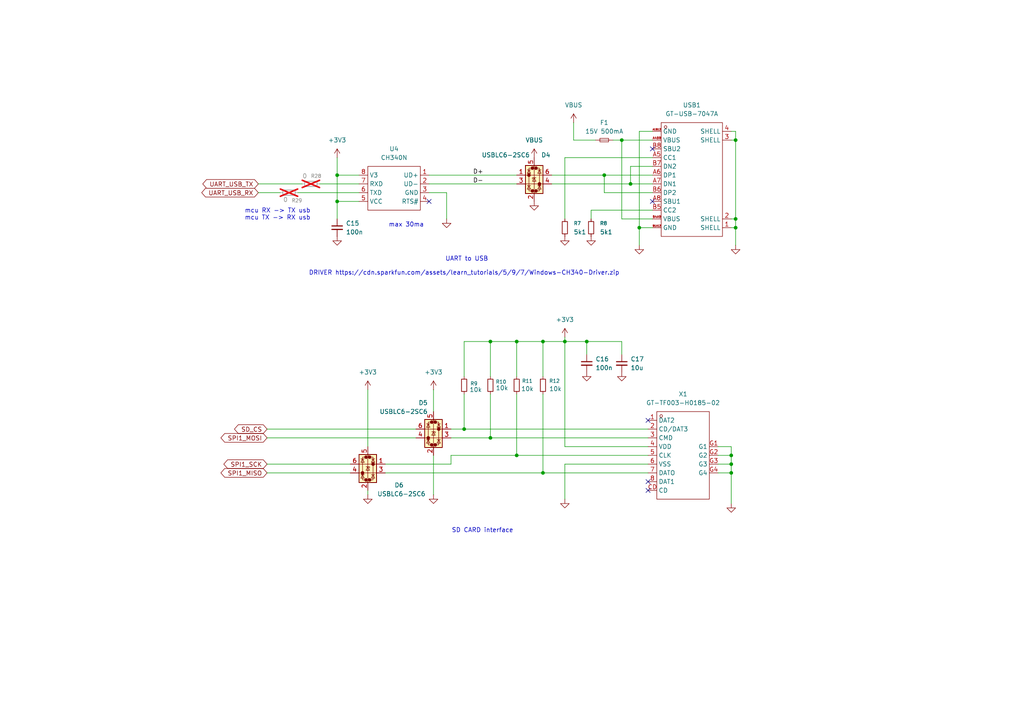
<source format=kicad_sch>
(kicad_sch (version 20250114) (generator "eeschema") (generator_version "9.0")
  (paper "A4")
  (title_block (title "2CH CAN  Logger") (date "2025-10-22") (rev "1.0"))
  (lib_symbols
    (symbol "Device:C_Small" (pin_numbers (hide yes)) (pin_names (offset 0.254) (hide yes))
      (property "Reference" "C" (at 0.254 1.778 0))
      (property "Value" "C_Small" (at 0.254 -2.032 0))
      (symbol "C_Small_0_1"
        (polyline (pts (xy -1.524 0.508) (xy 1.524 0.508)) (stroke (width 0.3048)))
        (polyline (pts (xy -1.524 -0.508) (xy 1.524 -0.508)) (stroke (width 0.3302)))
      )
      (symbol "C_Small_1_1"
        (pin passive line (at 0 2.54 270) (length 2.032) (name "~") (number "1"))
        (pin passive line (at 0 -2.54 90) (length 2.032) (name "~") (number "2"))
      )
    )
    (symbol "Device:Fuse_Small" (pin_numbers (hide yes)) (pin_names (offset 0.254) (hide yes))
      (property "Reference" "F" (at 0 -1.524 0))
      (property "Value" "Fuse_Small" (at 0 1.524 0))
      (symbol "Fuse_Small_0_1"
        (rectangle (start -1.27 0.508) (end 1.27 -0.508))
        (polyline (pts (xy -1.27 0) (xy 1.27 0)))
      )
      (symbol "Fuse_Small_1_1"
        (pin passive line (at -2.54 0 0) (length 1.27) (name "~") (number "1"))
        (pin passive line (at 2.54 0 180) (length 1.27) (name "~") (number "2"))
      )
    )
    (symbol "Device:R_Small" (pin_numbers (hide yes)) (pin_names (offset 0.254) (hide yes))
      (property "Reference" "R" (at 0 0 90))
      (property "Value" "R_Small" (at 1.778 0 90))
      (symbol "R_Small_0_1"
        (rectangle (start -0.762 1.778) (end 0.762 -1.778) (stroke (width 0.2032)))
      )
      (symbol "R_Small_1_1"
        (pin passive line (at 0 2.54 270) (length 0.762) (name "~") (number "1"))
        (pin passive line (at 0 -2.54 90) (length 0.762) (name "~") (number "2"))
      )
    )
    (symbol "EasyEDA_Lib:CH340N_C2977777"
      (property "Reference" "U" (at 0 0 0))
      (symbol "CH340N_C2977777_1_0"
        (rectangle (start -7.62 7.62) (end 7.62 -5.08))
        (pin unspecified line (at -10.16 5.08 0) (length 2.54) (name "UD+") (number "1"))
        (pin unspecified line (at -10.16 2.54 0) (length 2.54) (name "UD-") (number "2"))
        (pin unspecified line (at -10.16 0 0) (length 2.54) (name "GND") (number "3"))
        (pin unspecified line (at -10.16 -2.54 0) (length 2.54) (name "RTS#") (number "4"))
        (pin unspecified line (at 10.16 5.08 180) (length 2.54) (name "V3") (number "8"))
        (pin unspecified line (at 10.16 2.54 180) (length 2.54) (name "RXD") (number "7"))
        (pin unspecified line (at 10.16 0 180) (length 2.54) (name "TXD") (number "6"))
        (pin unspecified line (at 10.16 -2.54 180) (length 2.54) (name "VCC") (number "5"))
      )
    )
    (symbol "EasyEDA_Lib:GT-TF003-H0185-02"
      (property "Reference" "SIM" (at 0 0 0))
      (symbol "GT-TF003-H0185-02_1_0"
        (rectangle (start -7.62 -12.7) (end 7.62 12.7))
        (circle (center -6.35 11.43) (radius 0.381))
        (pin unspecified line (at -10.16 10.16 0) (length 2.54) (name "DAT2") (number "1"))
        (pin unspecified line (at -10.16 7.62 0) (length 2.54) (name "CD/DAT3") (number "2"))
        (pin unspecified line (at -10.16 5.08 0) (length 2.54) (name "CMD") (number "3"))
        (pin unspecified line (at -10.16 2.54 0) (length 2.54) (name "VDD") (number "4"))
        (pin unspecified line (at -10.16 0 0) (length 2.54) (name "CLK") (number "5"))
        (pin unspecified line (at -10.16 -2.54 0) (length 2.54) (name "VSS") (number "6"))
        (pin unspecified line (at -10.16 -5.08 0) (length 2.54) (name "DATO") (number "7"))
        (pin unspecified line (at -10.16 -7.62 0) (length 2.54) (name "DAT1") (number "8"))
        (pin unspecified line (at -10.16 -10.16 0) (length 2.54) (name "CD") (number "CD"))
        (pin unspecified line (at 10.16 2.54 180) (length 2.54) (name "G1") (number "G1"))
        (pin unspecified line (at 10.16 0 180) (length 2.54) (name "G2") (number "G2"))
        (pin unspecified line (at 10.16 -2.54 180) (length 2.54) (name "G3") (number "G3"))
        (pin unspecified line (at 10.16 -5.08 180) (length 2.54) (name "G4") (number "G4"))
      )
    )
    (symbol "EasyEDA_Lib:GT-USB-7047A"
      (property "Reference" "USB" (at 0 0 0))
      (symbol "GT-USB-7047A_1_0"
        (rectangle (start -10.16 -15.24) (end 7.62 17.78))
        (circle (center -8.89 16.51) (radius 0.381))
        (pin unspecified line (at -12.7 15.24 0) (length 2.54) (name "GND") (number "A1B12"))
        (pin unspecified line (at -12.7 12.7 0) (length 2.54) (name "VBUS") (number "A4B9"))
        (pin unspecified line (at -12.7 10.16 0) (length 2.54) (name "SBU2") (number "B8"))
        (pin unspecified line (at -12.7 7.62 0) (length 2.54) (name "CC1") (number "A5"))
        (pin unspecified line (at -12.7 5.08 0) (length 2.54) (name "DN2") (number "B7"))
        (pin unspecified line (at -12.7 2.54 0) (length 2.54) (name "DP1") (number "A6"))
        (pin unspecified line (at -12.7 0 0) (length 2.54) (name "DN1") (number "A7"))
        (pin unspecified line (at -12.7 -2.54 0) (length 2.54) (name "DP2") (number "B6"))
        (pin unspecified line (at -12.7 -5.08 0) (length 2.54) (name "SBU1") (number "A8"))
        (pin unspecified line (at -12.7 -7.62 0) (length 2.54) (name "CC2") (number "B5"))
        (pin unspecified line (at -12.7 -10.16 0) (length 2.54) (name "VBUS") (number "B4A9"))
        (pin unspecified line (at -12.7 -12.7 0) (length 2.54) (name "GND") (number "B1A12"))
        (pin unspecified line (at 10.16 15.24 180) (length 2.54) (name "SHELL") (number "4"))
        (pin unspecified line (at 10.16 12.7 180) (length 2.54) (name "SHELL") (number "3"))
        (pin unspecified line (at 10.16 -10.16 180) (length 2.54) (name "SHELL") (number "2"))
        (pin unspecified line (at 10.16 -12.7 180) (length 2.54) (name "SHELL") (number "1"))
      )
    )
    (symbol "Power_Protection:USBLC6-2P6" (pin_names (hide yes))
      (property "Reference" "U" (at 0.635 5.715 0))
      (property "Value" "USBLC6-2P6" (at 0.635 3.81 0))
      (symbol "USBLC6-2P6_0_0"
        (circle (center -1.524 0) (radius 0.0001) (stroke (width 0.508)))
        (circle (center -0.508 2.032) (radius 0.0001) (stroke (width 0.508)))
        (circle (center -0.508 -4.572) (radius 0.0001) (stroke (width 0.508)))
        (circle (center 0.508 2.032) (radius 0.0001) (stroke (width 0.508)))
        (circle (center 0.508 -4.572) (radius 0.0001) (stroke (width 0.508)))
        (circle (center 1.524 -2.54) (radius 0.0001) (stroke (width 0.508)))
      )
      (symbol "USBLC6-2P6_0_1"
        (polyline (pts (xy -2.54 0) (xy 2.54 0)))
        (polyline (pts (xy -2.54 -2.54) (xy 2.54 -2.54)))
        (polyline (pts (xy -2.032 0.508) (xy -1.016 0.508) (xy -1.524 1.524) (xy -2.032 0.508)))
        (polyline (pts (xy -2.032 -3.048) (xy -1.016 -3.048)))
        (polyline (pts (xy -1.016 1.524) (xy -2.032 1.524)))
        (polyline (pts (xy -1.016 -4.064) (xy -2.032 -4.064) (xy -1.524 -3.048) (xy -1.016 -4.064)))
        (polyline (pts (xy -0.508 -1.143) (xy -0.508 -0.762) (xy 0.508 -0.762)))
        (polyline (pts (xy 0 2.54) (xy -0.508 2.032) (xy 0.508 2.032) (xy 0 1.524) (xy 0 -4.064) (xy -0.508 -4.572) (xy 0.508 -4.572) (xy 0 -5.08)))
        (polyline (pts (xy 0.508 -1.778) (xy -0.508 -1.778) (xy 0 -0.762) (xy 0.508 -1.778)))
        (polyline (pts (xy 1.016 1.524) (xy 2.032 1.524)))
        (polyline (pts (xy 1.016 -3.048) (xy 2.032 -3.048)))
        (polyline (pts (xy 2.032 0.508) (xy 1.016 0.508) (xy 1.524 1.524) (xy 2.032 0.508)))
        (polyline (pts (xy 2.032 -4.064) (xy 1.016 -4.064) (xy 1.524 -3.048) (xy 2.032 -4.064)))
      )
      (symbol "USBLC6-2P6_1_1"
        (rectangle (start -2.54 2.794) (end 2.54 -5.334) (stroke (width 0.254)) (fill (type background)))
        (polyline (pts (xy -0.508 2.032) (xy -1.524 2.032) (xy -1.524 -4.572) (xy -0.508 -4.572)))
        (polyline (pts (xy 0.508 -4.572) (xy 1.524 -4.572) (xy 1.524 2.032) (xy 0.508 2.032)))
        (pin passive line (at -5.08 0 0) (length 2.54) (name "I/O1") (number "1"))
        (pin passive line (at -5.08 -2.54 0) (length 2.54) (name "I/O2") (number "3"))
        (pin passive line (at 0 5.08 270) (length 2.54) (name "VBUS") (number "5"))
        (pin passive line (at 0 -7.62 90) (length 2.54) (name "GND") (number "2"))
        (pin passive line (at 5.08 0 180) (length 2.54) (name "I/O1") (number "6"))
        (pin passive line (at 5.08 -2.54 180) (length 2.54) (name "I/O2") (number "4"))
      )
    )
    (symbol "power:+3V3" (power) (pin_numbers (hide yes)) (pin_names (offset 0) (hide yes))
      (property "Value" "+3V3" (at 0 3.556 0))
      (symbol "+3V3_0_1"
        (polyline (pts (xy -0.762 1.27) (xy 0 2.54)))
        (polyline (pts (xy 0 2.54) (xy 0.762 1.27)))
        (polyline (pts (xy 0 0) (xy 0 2.54)))
      )
      (symbol "+3V3_1_1"
        (pin power_in line (at 0 0 90) (length 0) (name "~") (number "1"))
      )
    )
    (symbol "power:GND" (power) (pin_numbers (hide yes)) (pin_names (offset 0) (hide yes))
      (property "Value" "GND" (at 0 -3.81 0))
      (symbol "GND_0_1"
        (polyline (pts (xy 0 0) (xy 0 -1.27) (xy 1.27 -1.27) (xy 0 -2.54) (xy -1.27 -1.27) (xy 0 -1.27)))
      )
      (symbol "GND_1_1"
        (pin power_in line (at 0 0 270) (length 0) (name "~") (number "1"))
      )
    )
    (symbol "power:VBUS" (power) (pin_numbers (hide yes)) (pin_names (offset 0) (hide yes))
      (property "Value" "VBUS" (at 0 3.556 0))
      (symbol "VBUS_0_1"
        (polyline (pts (xy -0.762 1.27) (xy 0 2.54)))
        (polyline (pts (xy 0 2.54) (xy 0.762 1.27)))
        (polyline (pts (xy 0 0) (xy 0 2.54)))
      )
      (symbol "VBUS_1_1"
        (pin power_in line (at 0 0 90) (length 0) (name "~") (number "1"))
      )
    )
  )
  (text "SD CARD interface" (at 139.954 153.924 0) (effects (font (size 1.27 1.27))))
  (text "DRIVER https://cdn.sparkfun.com/assets/learn_tutorials/5/9/7/Windows-CH340-Driver.zip" (at 134.62 79.248 0) (effects (font (size 1.27 1.27))))
  (text "max 30ma" (at 117.856 65.278 0) (effects (font (size 1.27 1.27))))
  (text "mcu RX -> TX usb\nmcu TX -> RX usb" (at 80.518 62.23 0) (effects (font (size 1.27 1.27))))
  (text "UART to USB\n" (at 135.382 75.184 0) (effects (font (size 1.27 1.27))))
  (junction (at 157.48 99.06))
  (junction (at 212.09 132.08))
  (junction (at 213.36 63.5))
  (junction (at 175.26 50.8))
  (junction (at 213.36 66.04))
  (junction (at 170.18 99.06))
  (junction (at 180.34 40.64))
  (junction (at 97.79 50.8))
  (junction (at 142.24 99.06))
  (junction (at 213.36 40.64))
  (junction (at 182.88 53.34))
  (junction (at 185.42 66.04))
  (junction (at 212.09 134.62))
  (junction (at 212.09 137.16))
  (junction (at 134.62 124.46))
  (junction (at 97.79 58.42))
  (junction (at 157.48 137.16))
  (junction (at 149.86 99.06))
  (junction (at 163.83 99.06))
  (junction (at 149.86 132.08))
  (junction (at 142.24 127))
  (no_connect (at 124.46 58.42))
  (no_connect (at 187.96 142.24))
  (no_connect (at 187.96 139.7))
  (no_connect (at 187.96 121.92))
  (no_connect (at 189.23 58.42))
  (no_connect (at 189.23 43.18))
  (wire (pts (xy 74.93 53.34) (xy 87.63 53.34)))
  (wire (pts (xy 129.54 55.88) (xy 129.54 63.5)))
  (wire (pts (xy 212.09 40.64) (xy 213.36 40.64)))
  (wire (pts (xy 97.79 63.5) (xy 97.79 58.42)))
  (wire (pts (xy 175.26 55.88) (xy 175.26 50.8)))
  (wire (pts (xy 92.71 53.34) (xy 104.14 53.34)))
  (wire (pts (xy 124.46 53.34) (xy 149.86 53.34)))
  (wire (pts (xy 213.36 66.04) (xy 213.36 71.12)))
  (wire (pts (xy 166.37 35.56) (xy 166.37 40.64)))
  (wire (pts (xy 212.09 137.16) (xy 212.09 146.05)))
  (wire (pts (xy 170.18 99.06) (xy 163.83 99.06)))
  (wire (pts (xy 124.46 55.88) (xy 129.54 55.88)))
  (wire (pts (xy 208.28 137.16) (xy 212.09 137.16)))
  (wire (pts (xy 163.83 45.72) (xy 163.83 63.5)))
  (wire (pts (xy 180.34 102.87) (xy 180.34 99.06)))
  (wire (pts (xy 189.23 38.1) (xy 185.42 38.1)))
  (wire (pts (xy 142.24 99.06) (xy 142.24 109.22)))
  (wire (pts (xy 182.88 48.26) (xy 182.88 53.34)))
  (wire (pts (xy 77.47 124.46) (xy 120.65 124.46)))
  (wire (pts (xy 182.88 53.34) (xy 189.23 53.34)))
  (wire (pts (xy 208.28 132.08) (xy 212.09 132.08)))
  (wire (pts (xy 187.96 129.54) (xy 163.83 129.54)))
  (wire (pts (xy 142.24 127) (xy 187.96 127)))
  (wire (pts (xy 134.62 109.22) (xy 134.62 99.06)))
  (wire (pts (xy 212.09 129.54) (xy 212.09 132.08)))
  (wire (pts (xy 124.46 50.8) (xy 149.86 50.8)))
  (wire (pts (xy 177.8 40.64) (xy 180.34 40.64)))
  (wire (pts (xy 163.83 97.79) (xy 163.83 99.06)))
  (wire (pts (xy 160.02 53.34) (xy 182.88 53.34)))
  (wire (pts (xy 134.62 124.46) (xy 187.96 124.46)))
  (wire (pts (xy 157.48 99.06) (xy 163.83 99.06)))
  (wire (pts (xy 163.83 134.62) (xy 163.83 144.78)))
  (wire (pts (xy 97.79 45.72) (xy 97.79 50.8)))
  (wire (pts (xy 189.23 63.5) (xy 180.34 63.5)))
  (wire (pts (xy 125.73 113.03) (xy 125.73 119.38)))
  (wire (pts (xy 213.36 38.1) (xy 213.36 40.64)))
  (wire (pts (xy 212.09 134.62) (xy 212.09 137.16)))
  (wire (pts (xy 142.24 114.3) (xy 142.24 127)))
  (wire (pts (xy 157.48 99.06) (xy 157.48 109.22)))
  (wire (pts (xy 125.73 143.51) (xy 125.73 132.08)))
  (wire (pts (xy 74.93 55.88) (xy 81.28 55.88)))
  (wire (pts (xy 106.68 113.03) (xy 106.68 129.54)))
  (wire (pts (xy 171.45 60.96) (xy 171.45 63.5)))
  (wire (pts (xy 212.09 132.08) (xy 212.09 134.62)))
  (wire (pts (xy 130.81 134.62) (xy 111.76 134.62)))
  (wire (pts (xy 208.28 129.54) (xy 212.09 129.54)))
  (wire (pts (xy 77.47 127) (xy 120.65 127)))
  (wire (pts (xy 149.86 114.3) (xy 149.86 132.08)))
  (wire (pts (xy 149.86 99.06) (xy 157.48 99.06)))
  (wire (pts (xy 187.96 132.08) (xy 149.86 132.08)))
  (wire (pts (xy 208.28 134.62) (xy 212.09 134.62)))
  (wire (pts (xy 189.23 60.96) (xy 171.45 60.96)))
  (wire (pts (xy 130.81 127) (xy 142.24 127)))
  (wire (pts (xy 189.23 55.88) (xy 175.26 55.88)))
  (wire (pts (xy 149.86 99.06) (xy 149.86 109.22)))
  (wire (pts (xy 189.23 40.64) (xy 180.34 40.64)))
  (wire (pts (xy 97.79 50.8) (xy 104.14 50.8)))
  (wire (pts (xy 166.37 40.64) (xy 172.72 40.64)))
  (wire (pts (xy 212.09 63.5) (xy 213.36 63.5)))
  (wire (pts (xy 111.76 137.16) (xy 157.48 137.16)))
  (wire (pts (xy 185.42 66.04) (xy 189.23 66.04)))
  (wire (pts (xy 134.62 99.06) (xy 142.24 99.06)))
  (wire (pts (xy 185.42 38.1) (xy 185.42 66.04)))
  (wire (pts (xy 175.26 50.8) (xy 189.23 50.8)))
  (wire (pts (xy 213.36 40.64) (xy 213.36 63.5)))
  (wire (pts (xy 130.81 124.46) (xy 134.62 124.46)))
  (wire (pts (xy 77.47 137.16) (xy 101.6 137.16)))
  (wire (pts (xy 106.68 143.51) (xy 106.68 142.24)))
  (wire (pts (xy 157.48 114.3) (xy 157.48 137.16)))
  (wire (pts (xy 189.23 48.26) (xy 182.88 48.26)))
  (wire (pts (xy 185.42 66.04) (xy 185.42 71.12)))
  (wire (pts (xy 180.34 40.64) (xy 180.34 63.5)))
  (wire (pts (xy 180.34 99.06) (xy 170.18 99.06)))
  (wire (pts (xy 212.09 38.1) (xy 213.36 38.1)))
  (wire (pts (xy 86.36 55.88) (xy 104.14 55.88)))
  (wire (pts (xy 149.86 132.08) (xy 130.81 132.08)))
  (wire (pts (xy 170.18 99.06) (xy 170.18 102.87)))
  (wire (pts (xy 104.14 58.42) (xy 97.79 58.42)))
  (wire (pts (xy 212.09 66.04) (xy 213.36 66.04)))
  (wire (pts (xy 189.23 45.72) (xy 163.83 45.72)))
  (wire (pts (xy 160.02 50.8) (xy 175.26 50.8)))
  (wire (pts (xy 163.83 99.06) (xy 163.83 129.54)))
  (wire (pts (xy 134.62 114.3) (xy 134.62 124.46)))
  (wire (pts (xy 187.96 134.62) (xy 163.83 134.62)))
  (wire (pts (xy 77.47 134.62) (xy 101.6 134.62)))
  (wire (pts (xy 213.36 63.5) (xy 213.36 66.04)))
  (wire (pts (xy 97.79 50.8) (xy 97.79 58.42)))
  (wire (pts (xy 157.48 137.16) (xy 187.96 137.16)))
  (wire (pts (xy 130.81 132.08) (xy 130.81 134.62)))
  (wire (pts (xy 142.24 99.06) (xy 149.86 99.06)))
  (label "D+" (at 137.16 50.8 0))
  (label "D-" (at 137.16 53.34 0))
  (global_label "SPI1_SCK" (shape bidirectional) (at 77.47 134.62 180) (property "Intersheetrefs" "${INTERSHEET_REFS}" (effects (hide yes))))
  (global_label "SPI1_MOSI" (shape bidirectional) (at 77.47 127 180) (property "Intersheetrefs" "${INTERSHEET_REFS}" (effects (hide yes))))
  (global_label "SD_CS" (shape bidirectional) (at 77.47 124.46 180) (property "Intersheetrefs" "${INTERSHEET_REFS}" (effects (hide yes))))
  (global_label "UART_USB_TX" (shape bidirectional) (at 74.93 53.34 180) (property "Intersheetrefs" "${INTERSHEET_REFS}" (effects (hide yes))))
  (global_label "UART_USB_RX" (shape bidirectional) (at 74.93 55.88 180) (property "Intersheetrefs" "${INTERSHEET_REFS}" (effects (hide yes))))
  (global_label "SPI1_MISO" (shape bidirectional) (at 77.47 137.16 180) (property "Intersheetrefs" "${INTERSHEET_REFS}" (effects (hide yes))))
  (symbol (lib_id "power:GND") (at 213.36 71.12 0) (unit 1)
    (property "Reference" "#PWR035" (effects (hide yes)))
    (property "Value" "GND" (effects (hide yes)))
    (property "Description" "Power symbol creates a global label with name \"GND\" , ground" (effects (hide yes)))
  )
  (symbol (lib_id "power:GND") (at 163.83 68.58 0) (unit 1)
    (property "Reference" "#PWR032" (effects (hide yes)))
    (property "Value" "GND" (effects (hide yes)))
    (property "Description" "Power symbol creates a global label with name \"GND\" , ground" (effects (hide yes)))
  )
  (symbol (lib_id "Device:R_Small") (at 142.24 111.76 0) (unit 1)
    (property "Reference" "R10" (at 143.764 110.744 0) (effects (font (size 1.016 1.016)) (justify left)))
    (property "Value" "10k" (at 143.764 112.522 0) (effects (justify left)))
    (property "Footprint" "EasyEDA_Lib:R0603" (effects (hide yes)))
    (property "Description" "Resistor, small symbol" (effects (hide yes)))
    (property "Supplier" "LCSC" (effects (hide yes)))
    (property "Supplier Part" "C25804" (effects (hide yes)))
  )
  (symbol (lib_id "Power_Protection:USBLC6-2P6") (at 106.68 134.62 0) (mirror y) (unit 1)
    (property "Reference" "D6" (at 117.094 140.716 0) (effects (justify left)))
    (property "Value" "USBLC6-2SC6" (at 123.444 143.256 0) (effects (justify left)))
    (property "Footprint" "EasyEDA_Lib:SOT-23-6_L2.9-W1.6-P0.95-LS2.8-BL" (effects (hide yes)))
    (property "Datasheet" "https://www.st.com/resource/en/datasheet/usblc6-2.pdf" (effects (hide yes)))
    (property "Description" "Very low capacitance ESD protection diode, 2 data-line, SOT-666" (effects (hide yes)))
    (property "Manufacturer Part" "USBLC6-2SC6" (effects (hide yes)))
    (property "Manufacturer" "ST(意法半导体)" (effects (hide yes)))
    (property "Supplier Part" "C7519" (effects (hide yes)))
    (property "Supplier" "LCSC" (effects (hide yes)))
    (property "LCSC Part Name" "单向ESD" (effects (hide yes)))
  )
  (symbol (lib_id "power:+3V3") (at 125.73 113.03 0) (unit 1)
    (property "Reference" "#PWR040" (effects (hide yes)))
    (property "Value" "+3V3" (at 125.73 107.95 0))
    (property "Description" "Power symbol creates a global label with name \"+3V3\"" (effects (hide yes)))
  )
  (symbol (lib_id "power:GND") (at 125.73 143.51 0) (unit 1)
    (property "Reference" "#PWR042" (effects (hide yes)))
    (property "Value" "GND" (effects (hide yes)))
    (property "Description" "Power symbol creates a global label with name \"GND\" , ground" (effects (hide yes)))
  )
  (symbol (lib_id "power:GND") (at 180.34 107.95 0) (unit 1)
    (property "Reference" "#PWR038" (effects (hide yes)))
    (property "Value" "GND" (effects (hide yes)))
    (property "Description" "Power symbol creates a global label with name \"GND\" , ground" (effects (hide yes)))
  )
  (symbol (lib_id "power:GND") (at 171.45 68.58 0) (unit 1)
    (property "Reference" "#PWR033" (effects (hide yes)))
    (property "Value" "GND" (effects (hide yes)))
    (property "Description" "Power symbol creates a global label with name \"GND\" , ground" (effects (hide yes)))
  )
  (symbol (lib_id "Device:R_Small") (at 163.83 66.04 0) (unit 1)
    (property "Reference" "R7" (at 166.37 64.7699 0) (effects (font (size 1.016 1.016)) (justify left)))
    (property "Value" "5k1" (at 166.37 67.3099 0) (effects (justify left)))
    (property "Footprint" "EasyEDA_Lib:R0603" (effects (hide yes)))
    (property "Description" "Resistor, small symbol" (effects (hide yes)))
    (property "Supplier" "LCSC" (effects (hide yes)))
    (property "Supplier Part" "C23186" (effects (hide yes)))
  )
  (symbol (lib_id "power:GND") (at 170.18 107.95 0) (unit 1)
    (property "Reference" "#PWR037" (effects (hide yes)))
    (property "Value" "GND" (effects (hide yes)))
    (property "Description" "Power symbol creates a global label with name \"GND\" , ground" (effects (hide yes)))
  )
  (symbol (lib_id "power:GND") (at 212.09 146.05 0) (unit 1)
    (property "Reference" "#PWR044" (effects (hide yes)))
    (property "Value" "GND" (effects (hide yes)))
    (property "Description" "Power symbol creates a global label with name \"GND\" , ground" (effects (hide yes)))
  )
  (symbol (lib_id "Device:R_Small") (at 134.62 111.76 0) (unit 1)
    (property "Reference" "R9" (at 136.398 111.252 0) (effects (font (size 1.016 1.016)) (justify left)))
    (property "Value" "10k" (at 136.144 113.03 0) (effects (justify left)))
    (property "Footprint" "EasyEDA_Lib:R0603" (effects (hide yes)))
    (property "Description" "Resistor, small symbol" (effects (hide yes)))
    (property "Supplier" "LCSC" (effects (hide yes)))
    (property "Supplier Part" "C25804" (effects (hide yes)))
  )
  (symbol (lib_id "power:GND") (at 163.83 144.78 0) (unit 1)
    (property "Reference" "#PWR043" (effects (hide yes)))
    (property "Value" "GND" (effects (hide yes)))
    (property "Description" "Power symbol creates a global label with name \"GND\" , ground" (effects (hide yes)))
  )
  (symbol (lib_id "Device:R_Small") (at 83.82 55.88 90) (unit 1) (dnp yes)
    (property "Reference" "R29" (at 86.106 58.166 90) (effects (font (size 1.016 1.016))))
    (property "Value" "0" (at 82.804 57.912 90))
    (property "Footprint" "EasyEDA_Lib:R0603" (effects (hide yes)))
    (property "Datasheet" "https://jlcpcb.com/api/file/downloadByFileSystemAccessId/8578255895094087680" (effects (hide yes)))
    (property "Description" "-55℃~+155℃ 0Ω 100mW 75V Thick Film Resistor ±1% 0603 Chip Resistor - Surface Mount ROHS" (effects (hide yes)))
    (property "Supplier" "LCSC" (effects (hide yes)))
    (property "Supplier Part" "C21189" (effects (hide yes)))
  )
  (symbol (lib_id "power:GND") (at 129.54 63.5 0) (unit 1)
    (property "Reference" "#PWR030" (effects (hide yes)))
    (property "Value" "GND" (effects (hide yes)))
    (property "Description" "Power symbol creates a global label with name \"GND\" , ground" (effects (hide yes)))
  )
  (symbol (lib_id "power:GND") (at 106.68 143.51 0) (unit 1)
    (property "Reference" "#PWR041" (effects (hide yes)))
    (property "Value" "GND" (effects (hide yes)))
    (property "Description" "Power symbol creates a global label with name \"GND\" , ground" (effects (hide yes)))
  )
  (symbol (lib_id "power:+3V3") (at 163.83 97.79 0) (unit 1)
    (property "Reference" "#PWR036" (effects (hide yes)))
    (property "Value" "+3V3" (at 163.83 92.71 0))
    (property "Description" "Power symbol creates a global label with name \"+3V3\"" (effects (hide yes)))
  )
  (symbol (lib_id "EasyEDA_Lib:CH340N_C2977777") (at 114.3 55.88 0) (mirror y) (unit 1)
    (property "Reference" "U4" (at 114.3 43.18 0))
    (property "Value" "CH340N" (at 114.3 45.72 0))
    (property "Footprint" "EasyEDA_Lib:SOP-8_L4.9-W3.9-P1.27-LS6.0-BL" (effects (hide yes)))
    (property "Datasheet" "https://atta.szlcsc.com/upload/public/pdf/source/20240313/115CDE92081B1D6CB446704AD5D0F5F2.pdf" (effects (hide yes)))
    (property "Description" "Applications Function:USB to serial Protocol: Number of Channels:1 Voltage - Supply:3.3V；5V Voltage - Supply:3.3V；5V Data Rate:2Mbps Operating Temperature:-20°C~+70°C Operating Temperature:-20°C~+70°C" (effects (hide yes)))
    (property "Manufacturer Part" "CH340N" (effects (hide yes)))
    (property "Manufacturer" "WCH(南京沁恒)" (effects (hide yes)))
    (property "Supplier Part" "C2977777" (effects (hide yes)))
    (property "Supplier" "LCSC" (effects (hide yes)))
    (property "LCSC Part Name" "USB2.0芯片CH340" (effects (hide yes)))
  )
  (symbol (lib_id "Device:C_Small") (at 97.79 66.04 0) (unit 1)
    (property "Reference" "C15" (at 100.33 64.7762 0) (effects (justify left)))
    (property "Value" "100n" (at 100.33 67.3162 0) (effects (justify left)))
    (property "Footprint" "EasyEDA_Lib:C0603" (effects (hide yes)))
    (property "Description" "Unpolarized capacitor, small symbol" (effects (hide yes)))
    (property "Supplier" "LCSC" (effects (hide yes)))
    (property "Supplier Part" "C14663" (effects (hide yes)))
  )
  (symbol (lib_id "power:GND") (at 97.79 68.58 0) (unit 1)
    (property "Reference" "#PWR031" (effects (hide yes)))
    (property "Value" "GND" (effects (hide yes)))
    (property "Description" "Power symbol creates a global label with name \"GND\" , ground" (effects (hide yes)))
  )
  (symbol (lib_id "power:VBUS") (at 154.94 45.72 0) (unit 1)
    (property "Reference" "#PWR028" (effects (hide yes)))
    (property "Value" "VBUS" (at 154.94 40.64 0))
    (property "Description" "Power symbol creates a global label with name \"VBUS\"" (effects (hide yes)))
  )
  (symbol (lib_id "Device:R_Small") (at 171.45 66.04 0) (unit 1)
    (property "Reference" "R8" (at 173.99 64.7699 0) (effects (font (size 1.016 1.016)) (justify left)))
    (property "Value" "5k1" (at 173.99 67.3099 0) (effects (justify left)))
    (property "Footprint" "EasyEDA_Lib:R0603" (effects (hide yes)))
    (property "Description" "Resistor, small symbol" (effects (hide yes)))
    (property "Supplier" "LCSC" (effects (hide yes)))
    (property "Supplier Part" "C23186" (effects (hide yes)))
  )
  (symbol (lib_id "Device:C_Small") (at 180.34 105.41 0) (unit 1)
    (property "Reference" "C17" (at 182.88 104.1462 0) (effects (justify left)))
    (property "Value" "10u" (at 182.88 106.6862 0) (effects (justify left)))
    (property "Footprint" "EasyEDA_Lib:C0805" (effects (hide yes)))
    (property "Description" "Unpolarized capacitor, small symbol" (effects (hide yes)))
    (property "Supplier" "LCSC" (effects (hide yes)))
    (property "Supplier Part" "C15850" (effects (hide yes)))
  )
  (symbol (lib_id "Device:R_Small") (at 149.86 111.76 0) (unit 1)
    (property "Reference" "R11" (at 151.384 110.49 0) (effects (font (size 1.016 1.016)) (justify left)))
    (property "Value" "10k" (at 151.13 112.776 0) (effects (justify left)))
    (property "Footprint" "EasyEDA_Lib:R0603" (effects (hide yes)))
    (property "Description" "Resistor, small symbol" (effects (hide yes)))
    (property "Supplier" "LCSC" (effects (hide yes)))
    (property "Supplier Part" "C25804" (effects (hide yes)))
  )
  (symbol (lib_id "EasyEDA_Lib:GT-USB-7047A") (at 201.93 53.34 0) (unit 1)
    (property "Reference" "USB1" (at 200.66 30.48 0))
    (property "Value" "GT-USB-7047A" (at 200.66 33.02 0))
    (property "Footprint" "EasyEDA_Lib:USB-C-SMD_GT-USB-7047A" (effects (hide yes)))
    (property "Datasheet" "https://atta.szlcsc.com/upload/public/pdf/source/20231219/24E624EB9DE46AB785D7B5DEC52507E7.pdf" (effects (hide yes)))
    (property "Description" "Connector Type:Type-C Standard:USB 2.0 Gender:Female Mounting Style:Horizontal attachment Number of Contacts:16P Number of Ports:1 Current Rating - Power (Max):5A Rated Voltage (Max):24V Connect-Disconnect Life:10,000 times Center Height:1.63mm Length:7.3" (effects (hide yes)))
    (property "Manufacturer Part" "GT-USB-7047A" (effects (hide yes)))
    (property "Manufacturer" "G-Switch(品赞)" (effects (hide yes)))
    (property "Supplier Part" "C963216" (effects (hide yes)))
    (property "Supplier" "LCSC" (effects (hide yes)))
    (property "LCSC Part Name" "Type-C 母 卧贴" (effects (hide yes)))
  )
  (symbol (lib_id "Power_Protection:USBLC6-2P6") (at 125.73 124.46 0) (mirror y) (unit 1)
    (property "Reference" "D5" (at 124.0789 116.84 0) (effects (justify left)))
    (property "Value" "USBLC6-2SC6" (at 124.0789 119.38 0) (effects (justify left)))
    (property "Footprint" "EasyEDA_Lib:SOT-23-6_L2.9-W1.6-P0.95-LS2.8-BL" (effects (hide yes)))
    (property "Datasheet" "https://www.st.com/resource/en/datasheet/usblc6-2.pdf" (effects (hide yes)))
    (property "Description" "Very low capacitance ESD protection diode, 2 data-line, SOT-666" (effects (hide yes)))
    (property "Manufacturer Part" "USBLC6-2SC6" (effects (hide yes)))
    (property "Manufacturer" "ST(意法半导体)" (effects (hide yes)))
    (property "Supplier Part" "C7519" (effects (hide yes)))
    (property "Supplier" "LCSC" (effects (hide yes)))
    (property "LCSC Part Name" "单向ESD" (effects (hide yes)))
  )
  (symbol (lib_id "Device:Fuse_Small") (at 175.26 40.64 0) (unit 1)
    (property "Reference" "F1" (at 175.26 35.56 0))
    (property "Value" "15V 500mA" (at 175.26 38.1 0))
    (property "Footprint" "EasyEDA_Lib:F1812" (effects (hide yes)))
    (property "Description" "Fuse, small symbol" (effects (hide yes)))
    (property "Manufacturer Part" "SMD1812P050TF" (effects (hide yes)))
    (property "Manufacturer" "RUILON(瑞隆源)" (effects (hide yes)))
    (property "Supplier Part" "C12558" (effects (hide yes)))
    (property "Supplier" "LCSC" (effects (hide yes)))
    (property "LCSC Part Name" "15V 500mA 1812自恢复" (effects (hide yes)))
  )
  (symbol (lib_id "power:GND") (at 185.42 71.12 0) (unit 1)
    (property "Reference" "#PWR034" (effects (hide yes)))
    (property "Value" "GND" (effects (hide yes)))
    (property "Description" "Power symbol creates a global label with name \"GND\" , ground" (effects (hide yes)))
  )
  (symbol (lib_id "power:+3V3") (at 106.68 113.03 0) (unit 1)
    (property "Reference" "#PWR039" (effects (hide yes)))
    (property "Value" "+3V3" (at 106.68 107.95 0))
    (property "Description" "Power symbol creates a global label with name \"+3V3\"" (effects (hide yes)))
  )
  (symbol (lib_id "power:+3V3") (at 97.79 45.72 0) (unit 1)
    (property "Reference" "#PWR027" (effects (hide yes)))
    (property "Value" "+3V3" (at 97.79 40.64 0))
    (property "Description" "Power symbol creates a global label with name \"+3V3\"" (effects (hide yes)))
  )
  (symbol (lib_id "Device:R_Small") (at 90.17 53.34 90) (unit 1) (dnp yes)
    (property "Reference" "R28" (at 91.694 51.054 90) (effects (font (size 1.016 1.016))))
    (property "Value" "0" (at 88.392 51.054 90))
    (property "Footprint" "EasyEDA_Lib:R0603" (effects (hide yes)))
    (property "Datasheet" "https://jlcpcb.com/api/file/downloadByFileSystemAccessId/8578255895094087680" (effects (hide yes)))
    (property "Description" "-55℃~+155℃ 0Ω 100mW 75V Thick Film Resistor ±1% 0603 Chip Resistor - Surface Mount ROHS" (effects (hide yes)))
    (property "Supplier" "LCSC" (effects (hide yes)))
    (property "Supplier Part" "C21189" (effects (hide yes)))
  )
  (symbol (lib_id "power:GND") (at 154.94 58.42 0) (unit 1)
    (property "Reference" "#PWR029" (effects (hide yes)))
    (property "Value" "GND" (effects (hide yes)))
    (property "Description" "Power symbol creates a global label with name \"GND\" , ground" (effects (hide yes)))
  )
  (symbol (lib_id "EasyEDA_Lib:GT-TF003-H0185-02") (at 198.12 132.08 0) (unit 1)
    (property "Reference" "X1" (at 198.12 114.3 0))
    (property "Value" "GT-TF003-H0185-02" (at 198.12 116.84 0))
    (property "Footprint" "canlogger_custom_lib:SIM-SMD_GT-TF003-H0185-02" (effects (hide yes)))
    (property "Datasheet" "https://item.szlcsc.com/datasheet/GT-TF003-H0185-02/5785317.html" (effects (hide yes)))
    (property "Description" "Card Connection Mode:Push-Push Card Type:MicroSD Card (TF Card) Connector Type:Connector and Ejector Height Above Board:1.85mm Operating Temperature:-40°C~+90°C Operating Temperature:-40°C~+90°C" (effects (hide yes)))
    (property "Manufacturer Part" "GT-TF003-H0185-02" (effects (hide yes)))
    (property "Manufacturer" "G-Switch(品赞)" (effects (hide yes)))
    (property "Supplier Part" "C5155564" (effects (hide yes)))
    (property "Supplier" "LCSC" (effects (hide yes)))
    (property "LCSC Part Name" "自弹式 MicroSD卡(TF卡) 卡座" (effects (hide yes)))
  )
  (symbol (lib_id "Device:R_Small") (at 157.48 111.76 0) (unit 1)
    (property "Reference" "R12" (at 159.258 110.49 0) (effects (font (size 1.016 1.016)) (justify left)))
    (property "Value" "10k" (at 159.258 112.776 0) (effects (justify left)))
    (property "Footprint" "EasyEDA_Lib:R0603" (effects (hide yes)))
    (property "Description" "Resistor, small symbol" (effects (hide yes)))
    (property "Supplier" "LCSC" (effects (hide yes)))
    (property "Supplier Part" "C25804" (effects (hide yes)))
  )
  (symbol (lib_id "Device:C_Small") (at 170.18 105.41 0) (unit 1)
    (property "Reference" "C16" (at 172.72 104.1462 0) (effects (justify left)))
    (property "Value" "100n" (at 172.72 106.6862 0) (effects (justify left)))
    (property "Footprint" "EasyEDA_Lib:C0603" (effects (hide yes)))
    (property "Description" "Unpolarized capacitor, small symbol" (effects (hide yes)))
    (property "Supplier" "LCSC" (effects (hide yes)))
    (property "Supplier Part" "C14663" (effects (hide yes)))
  )
  (symbol (lib_id "power:VBUS") (at 166.37 35.56 0) (unit 1)
    (property "Reference" "#PWR026" (effects (hide yes)))
    (property "Value" "VBUS" (at 166.37 30.48 0))
    (property "Description" "Power symbol creates a global label with name \"VBUS\"" (effects (hide yes)))
  )
  (symbol (lib_id "Power_Protection:USBLC6-2P6") (at 154.94 50.8 0) (unit 1)
    (property "Reference" "D4" (at 156.972 44.958 0) (effects (justify left)))
    (property "Value" "USBLC6-2SC6" (at 139.7 44.958 0) (effects (justify left)))
    (property "Footprint" "EasyEDA_Lib:SOT-23-6_L2.9-W1.6-P0.95-LS2.8-BL" (effects (hide yes)))
    (property "Datasheet" "https://www.st.com/resource/en/datasheet/usblc6-2.pdf" (effects (hide yes)))
    (property "Description" "Very low capacitance ESD protection diode, 2 data-line, SOT-666" (effects (hide yes)))
    (property "Manufacturer Part" "USBLC6-2SC6" (effects (hide yes)))
    (property "Manufacturer" "ST(意法半导体)" (effects (hide yes)))
    (property "Supplier Part" "C7519" (effects (hide yes)))
    (property "Supplier" "LCSC" (effects (hide yes)))
    (property "LCSC Part Name" "单向ESD" (effects (hide yes)))
  )
)
</source>
